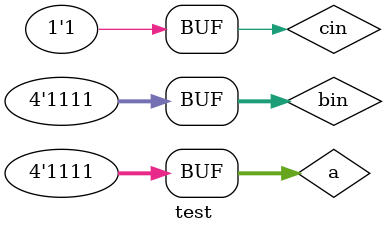
<source format=sv>
module adder(input [0:3]a,b,input cin,output cout , output [0:3]sum);

assign {cout,sum} = a+b+cin;


endmodule

module test;
reg cin;
reg [0:3]a,bin;
wire cout;
wire [0:3]sum;


adder d1(a,bin,cin,cout,sum);


initial 
begin

$monitor($time,"a = %0b , b = %0b ,cin = %0b , sum= %0b , cout = %0b",a,bin,cin,sum,cout);


#5
a=4'b0000; bin=4'b0010 ;cin =0;
#5
a=4'b1111 ; bin=4'b1111; cin =1;

//$monitor($time,"a = %0b , b = %0b ,cin = %0b , sum= %0b , cout = %0b",a,bin,cin,sum,cout);
end

endmodule

</source>
